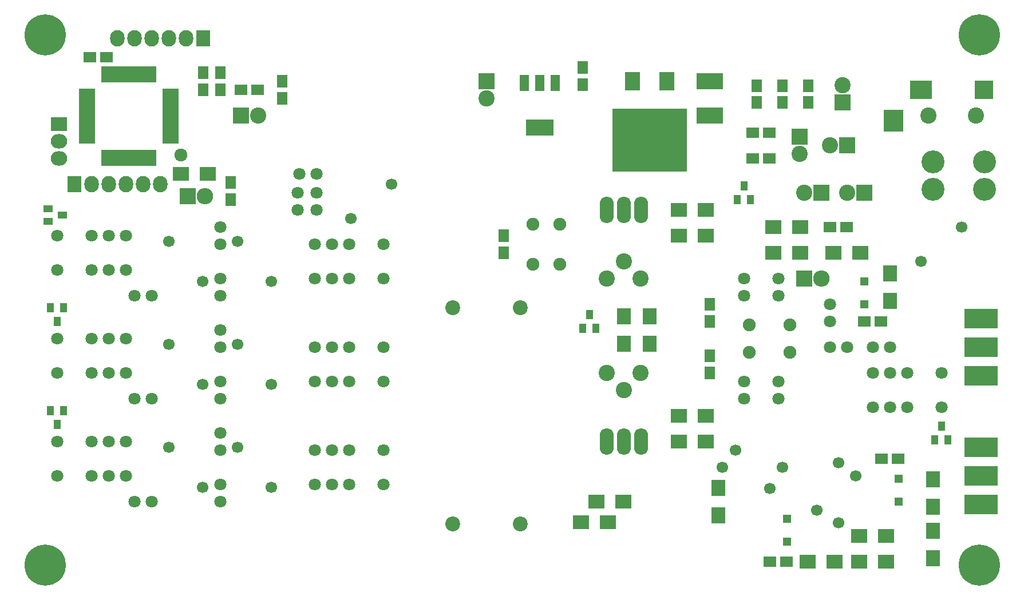
<source format=gts>
G04 #@! TF.FileFunction,Soldermask,Top*
%FSLAX46Y46*%
G04 Gerber Fmt 4.6, Leading zero omitted, Abs format (unit mm)*
G04 Created by KiCad (PCBNEW (2014-11-29 BZR 5307)-product) date Sat 24 Jan 2015 07:23:43 PM CST*
%MOMM*%
G01*
G04 APERTURE LIST*
%ADD10C,0.100000*%
%ADD11R,0.700000X2.400000*%
%ADD12R,2.400000X0.700000*%
%ADD13R,4.057600X2.432000*%
%ADD14R,1.416000X2.432000*%
%ADD15C,1.700000*%
%ADD16C,2.400000*%
%ADD17C,1.800000*%
%ADD18R,4.972000X2.940000*%
%ADD19R,1.250000X1.250000*%
%ADD20R,1.900000X1.650000*%
%ADD21R,1.650000X1.900000*%
%ADD22R,2.398980X2.398980*%
%ADD23C,2.398980*%
%ADD24C,1.797000*%
%ADD25R,3.956000X2.432000*%
%ADD26R,2.432000X2.432000*%
%ADD27O,2.432000X2.432000*%
%ADD28C,3.400000*%
%ADD29R,2.800000X2.800000*%
%ADD30R,3.300000X2.800000*%
%ADD31R,2.900000X3.300000*%
%ADD32R,0.999440X1.400760*%
%ADD33O,2.099260X3.900120*%
%ADD34R,2.100000X2.400000*%
%ADD35R,2.400000X2.100000*%
%ADD36C,1.900000*%
%ADD37C,2.200000*%
%ADD38R,2.432000X2.127200*%
%ADD39O,2.432000X2.127200*%
%ADD40R,11.068000X9.290000*%
%ADD41R,2.178000X2.686000*%
%ADD42R,2.127200X2.432000*%
%ADD43O,2.127200X2.432000*%
%ADD44R,1.400760X0.999440*%
%ADD45C,1.924000*%
%ADD46C,6.100000*%
G04 APERTURE END LIST*
D10*
D11*
X94484000Y-56168143D03*
X94984000Y-56168143D03*
X95484000Y-56168143D03*
X95984000Y-56168143D03*
X96484000Y-56168143D03*
X96984000Y-56168143D03*
X97484000Y-56168143D03*
X97984000Y-56168143D03*
X98484000Y-56168143D03*
X98984000Y-56168143D03*
X99484000Y-56168143D03*
X99984000Y-56168143D03*
X100484000Y-56168143D03*
X100984000Y-56168143D03*
X101484000Y-56168143D03*
X101984000Y-56168143D03*
D12*
X92084000Y-66068143D03*
X92084000Y-65568143D03*
X92084000Y-65068143D03*
X92084000Y-64568143D03*
X92084000Y-64068143D03*
X92084000Y-63568143D03*
X92084000Y-63068143D03*
X92084000Y-62568143D03*
X92084000Y-62068143D03*
X92084000Y-61568143D03*
X92084000Y-61068143D03*
X92084000Y-60568143D03*
X92084000Y-60068143D03*
X92084000Y-59568143D03*
X92084000Y-59068143D03*
X92084000Y-58568143D03*
X104384000Y-66068143D03*
X104384000Y-65568143D03*
X104384000Y-65068143D03*
X104384000Y-64568143D03*
X104384000Y-64068143D03*
X104384000Y-63568143D03*
X104384000Y-63068143D03*
X104384000Y-62568143D03*
X104384000Y-62068143D03*
X104384000Y-61568143D03*
X104384000Y-61068143D03*
X104384000Y-60568143D03*
X104384000Y-60068143D03*
X104384000Y-59568143D03*
X104384000Y-59068143D03*
X104384000Y-58568143D03*
D11*
X101984000Y-68468143D03*
X101484000Y-68468143D03*
X100984000Y-68468143D03*
X100484000Y-68468143D03*
X99984000Y-68468143D03*
X99484000Y-68468143D03*
X98984000Y-68468143D03*
X98484000Y-68468143D03*
X97984000Y-68468143D03*
X97484000Y-68468143D03*
X96984000Y-68468143D03*
X96484000Y-68468143D03*
X95984000Y-68468143D03*
X95484000Y-68468143D03*
X94984000Y-68468143D03*
X94484000Y-68468143D03*
D13*
X159004000Y-64008000D03*
D14*
X159004000Y-57404000D03*
X156718000Y-57404000D03*
X161290000Y-57404000D03*
D15*
X221440000Y-78780000D03*
X215440000Y-83780000D03*
D16*
X171450000Y-83840000D03*
X173950000Y-86340000D03*
X168950000Y-86340000D03*
X171450000Y-102850000D03*
X168950000Y-100350000D03*
X173950000Y-100350000D03*
D17*
X218440000Y-100330000D03*
X213360000Y-100330000D03*
X210820000Y-100330000D03*
X208280000Y-100330000D03*
X208280000Y-105410000D03*
X210820000Y-105410000D03*
X213360000Y-105410000D03*
X218440000Y-105410000D03*
X87630000Y-100330000D03*
X92710000Y-100330000D03*
X95250000Y-100330000D03*
X97790000Y-100330000D03*
X97790000Y-95250000D03*
X95250000Y-95250000D03*
X92710000Y-95250000D03*
X87630000Y-95250000D03*
X87630000Y-115570000D03*
X92710000Y-115570000D03*
X95250000Y-115570000D03*
X97790000Y-115570000D03*
X97790000Y-110490000D03*
X95250000Y-110490000D03*
X92710000Y-110490000D03*
X87630000Y-110490000D03*
X135890000Y-111760000D03*
X130810000Y-111760000D03*
X128270000Y-111760000D03*
X125730000Y-111760000D03*
X125730000Y-116840000D03*
X128270000Y-116840000D03*
X130810000Y-116840000D03*
X135890000Y-116840000D03*
X135890000Y-96520000D03*
X130810000Y-96520000D03*
X128270000Y-96520000D03*
X125730000Y-96520000D03*
X125730000Y-101600000D03*
X128270000Y-101600000D03*
X130810000Y-101600000D03*
X135890000Y-101600000D03*
X135890000Y-81280000D03*
X130810000Y-81280000D03*
X128270000Y-81280000D03*
X125730000Y-81280000D03*
X125730000Y-86360000D03*
X128270000Y-86360000D03*
X130810000Y-86360000D03*
X135890000Y-86360000D03*
X87630000Y-85090000D03*
X92710000Y-85090000D03*
X95250000Y-85090000D03*
X97790000Y-85090000D03*
X97790000Y-80010000D03*
X95250000Y-80010000D03*
X92710000Y-80010000D03*
X87630000Y-80010000D03*
D18*
X224282000Y-115570000D03*
X224282000Y-111315500D03*
X224282000Y-119824500D03*
X224282000Y-96520000D03*
X224282000Y-92265500D03*
X224282000Y-100774500D03*
D19*
X207010000Y-90170000D03*
X207010000Y-86820000D03*
X212090000Y-119380000D03*
X212090000Y-116030000D03*
X195580000Y-121920000D03*
X195580000Y-125270000D03*
D15*
X186055000Y-114300000D03*
X194945000Y-114300000D03*
X187960000Y-111760000D03*
X193040000Y-117475000D03*
X203200000Y-113665000D03*
X203200000Y-122555000D03*
X205740000Y-115570000D03*
X200025000Y-120650000D03*
X119340000Y-86820000D03*
X114340000Y-80820000D03*
X119340000Y-102060000D03*
X114340000Y-96060000D03*
X109180000Y-86820000D03*
X104180000Y-80820000D03*
X131112000Y-77430000D03*
X137112000Y-72430000D03*
X109180000Y-102060000D03*
X104180000Y-96060000D03*
X109180000Y-117300000D03*
X104180000Y-111300000D03*
X119340000Y-117300000D03*
X114340000Y-111300000D03*
D20*
X207030000Y-92710000D03*
X209530000Y-92710000D03*
X204450000Y-78740000D03*
X201950000Y-78740000D03*
D21*
X165354000Y-57638000D03*
X165354000Y-55138000D03*
D22*
X200660000Y-73660000D03*
D23*
X198120000Y-73660000D03*
D22*
X204470000Y-66675000D03*
D23*
X201930000Y-66675000D03*
D22*
X197485000Y-65405000D03*
D23*
X197485000Y-67945000D03*
D22*
X207010000Y-73660000D03*
D23*
X204470000Y-73660000D03*
D22*
X203835000Y-60325000D03*
D23*
X203835000Y-57785000D03*
D21*
X198755000Y-60305000D03*
X198755000Y-57805000D03*
X194945000Y-60305000D03*
X194945000Y-57805000D03*
D22*
X151130000Y-57150000D03*
D23*
X151130000Y-59690000D03*
D21*
X191135000Y-60305000D03*
X191135000Y-57805000D03*
D20*
X193020000Y-68580000D03*
X190520000Y-68580000D03*
X193020000Y-64770000D03*
X190520000Y-64770000D03*
D21*
X184150000Y-100310000D03*
X184150000Y-97810000D03*
X184150000Y-90190000D03*
X184150000Y-92690000D03*
X153670000Y-82530000D03*
X153670000Y-80030000D03*
D24*
X111760000Y-116840000D03*
X111760000Y-119380000D03*
X111760000Y-101600000D03*
X111760000Y-104140000D03*
X111760000Y-86360000D03*
X111760000Y-88900000D03*
X125984000Y-70866000D03*
X123444000Y-70866000D03*
X111760000Y-111760000D03*
X111760000Y-109220000D03*
X111760000Y-96520000D03*
X111760000Y-93980000D03*
X111760000Y-81280000D03*
X111760000Y-78740000D03*
X125984000Y-76200000D03*
X125984000Y-73660000D03*
X101600000Y-119380000D03*
X99060000Y-119380000D03*
X101600000Y-104140000D03*
X99060000Y-104140000D03*
X101600000Y-88900000D03*
X99060000Y-88900000D03*
X123190000Y-76200000D03*
X123190000Y-73660000D03*
D21*
X109220000Y-55900000D03*
X109220000Y-58400000D03*
X111760000Y-55900000D03*
X111760000Y-58400000D03*
D20*
X212070000Y-113030000D03*
X209570000Y-113030000D03*
X195560000Y-128270000D03*
X193060000Y-128270000D03*
D25*
X184150000Y-62230000D03*
X184150000Y-57150000D03*
D26*
X198120000Y-86360000D03*
D27*
X200660000Y-86360000D03*
D28*
X224790000Y-69120000D03*
X224790000Y-73120000D03*
X217170000Y-69120000D03*
X217170000Y-73120000D03*
D29*
X224720000Y-58430000D03*
D30*
X215420000Y-58430000D03*
D31*
X211370000Y-62980000D03*
D16*
X223520000Y-62230000D03*
X216520000Y-62230000D03*
D32*
X188277500Y-74716640D03*
X189230000Y-72603360D03*
X190182500Y-74716640D03*
D33*
X171450000Y-110490000D03*
X168910000Y-110490000D03*
X173990000Y-110490000D03*
X171450000Y-76200000D03*
X173990000Y-76200000D03*
X168910000Y-76200000D03*
D34*
X210820000Y-89630000D03*
X210820000Y-85630000D03*
D35*
X202470000Y-82550000D03*
X206470000Y-82550000D03*
X193580000Y-78740000D03*
X197580000Y-78740000D03*
X193580000Y-82550000D03*
X197580000Y-82550000D03*
D24*
X208280000Y-96520000D03*
X210820000Y-96520000D03*
X201930000Y-96520000D03*
X204470000Y-96520000D03*
D34*
X175260000Y-95980000D03*
X175260000Y-91980000D03*
D24*
X201930000Y-90170000D03*
X201930000Y-92710000D03*
D35*
X183610000Y-106680000D03*
X179610000Y-106680000D03*
D34*
X171450000Y-95980000D03*
X171450000Y-91980000D03*
D24*
X189230000Y-101600000D03*
X189230000Y-104140000D03*
X189230000Y-86360000D03*
X189230000Y-88900000D03*
D35*
X183610000Y-80010000D03*
X179610000Y-80010000D03*
D24*
X194310000Y-101600000D03*
X194310000Y-104140000D03*
X194310000Y-86360000D03*
X194310000Y-88900000D03*
D35*
X179610000Y-110490000D03*
X183610000Y-110490000D03*
X179610000Y-76200000D03*
X183610000Y-76200000D03*
D34*
X217170000Y-116110000D03*
X217170000Y-120110000D03*
X217170000Y-123730000D03*
X217170000Y-127730000D03*
D35*
X206280000Y-124460000D03*
X210280000Y-124460000D03*
D34*
X185420000Y-117380000D03*
X185420000Y-121380000D03*
D35*
X198660000Y-128270000D03*
X202660000Y-128270000D03*
X206280000Y-128270000D03*
X210280000Y-128270000D03*
D36*
X196040000Y-93250000D03*
X190040000Y-93250000D03*
X196040000Y-97250000D03*
X190040000Y-97250000D03*
X162020000Y-84280000D03*
X162020000Y-78280000D03*
X158020000Y-84280000D03*
X158020000Y-78280000D03*
D37*
X156130000Y-90680000D03*
X146130000Y-90680000D03*
X156130000Y-122680000D03*
X146130000Y-122680000D03*
D38*
X87884000Y-63500000D03*
D39*
X87884000Y-66040000D03*
X87884000Y-68580000D03*
D32*
X165417500Y-93766640D03*
X166370000Y-91653360D03*
X167322500Y-93766640D03*
D40*
X175260000Y-65913000D03*
D41*
X177800000Y-57150000D03*
X172720000Y-57150000D03*
D21*
X113284000Y-74656000D03*
X113284000Y-72156000D03*
D20*
X114828000Y-58420000D03*
X117328000Y-58420000D03*
D22*
X114808000Y-62230000D03*
D23*
X117348000Y-62230000D03*
D20*
X92476000Y-53594000D03*
X94976000Y-53594000D03*
D21*
X120904000Y-57170000D03*
X120904000Y-59670000D03*
D42*
X90170000Y-72390000D03*
D43*
X92710000Y-72390000D03*
X95250000Y-72390000D03*
X97790000Y-72390000D03*
X100330000Y-72390000D03*
X102870000Y-72390000D03*
D35*
X165132000Y-122428000D03*
X169132000Y-122428000D03*
X171418000Y-119380000D03*
X167418000Y-119380000D03*
D26*
X106934000Y-74168000D03*
D27*
X109474000Y-74168000D03*
D42*
X109220000Y-50800000D03*
D43*
X106680000Y-50800000D03*
X104140000Y-50800000D03*
X101600000Y-50800000D03*
X99060000Y-50800000D03*
X96520000Y-50800000D03*
D32*
X217487500Y-110276640D03*
X218440000Y-108163360D03*
X219392500Y-110276640D03*
D35*
X109950000Y-70866000D03*
X105950000Y-70866000D03*
D32*
X88582500Y-105877360D03*
X87630000Y-107990640D03*
X86677500Y-105877360D03*
X88582500Y-90637360D03*
X87630000Y-92750640D03*
X86677500Y-90637360D03*
D44*
X86319360Y-76009500D03*
X88432640Y-76962000D03*
X86319360Y-77914500D03*
D45*
X105918000Y-68072000D03*
D46*
X224028000Y-50292000D03*
X224028000Y-128778000D03*
X85852000Y-128778000D03*
X85852000Y-50292000D03*
M02*

</source>
